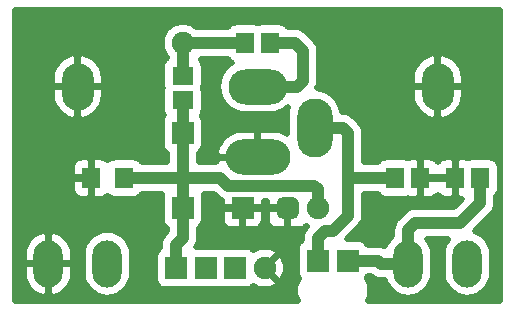
<source format=gbr>
G04 #@! TF.GenerationSoftware,KiCad,Pcbnew,5.1.6-c6e7f7d~87~ubuntu19.10.1*
G04 #@! TF.CreationDate,2022-01-09T06:03:03+06:00*
G04 #@! TF.ProjectId,1590N1_connector_board_r1,31353930-4e31-45f6-936f-6e6e6563746f,1A*
G04 #@! TF.SameCoordinates,Original*
G04 #@! TF.FileFunction,Copper,L1,Top*
G04 #@! TF.FilePolarity,Positive*
%FSLAX46Y46*%
G04 Gerber Fmt 4.6, Leading zero omitted, Abs format (unit mm)*
G04 Created by KiCad (PCBNEW 5.1.6-c6e7f7d~87~ubuntu19.10.1) date 2022-01-09 06:03:03*
%MOMM*%
%LPD*%
G01*
G04 APERTURE LIST*
G04 #@! TA.AperFunction,ComponentPad*
%ADD10O,5.000000X3.000000*%
G04 #@! TD*
G04 #@! TA.AperFunction,ComponentPad*
%ADD11O,3.000000X5.000000*%
G04 #@! TD*
G04 #@! TA.AperFunction,ComponentPad*
%ADD12O,5.500000X3.000000*%
G04 #@! TD*
G04 #@! TA.AperFunction,ComponentPad*
%ADD13R,1.900000X1.900000*%
G04 #@! TD*
G04 #@! TA.AperFunction,ComponentPad*
%ADD14C,1.900000*%
G04 #@! TD*
G04 #@! TA.AperFunction,ComponentPad*
%ADD15O,2.500000X4.000000*%
G04 #@! TD*
G04 #@! TA.AperFunction,ComponentPad*
%ADD16O,2.700000X4.000000*%
G04 #@! TD*
G04 #@! TA.AperFunction,SMDPad,CuDef*
%ADD17R,1.600000X1.800000*%
G04 #@! TD*
G04 #@! TA.AperFunction,SMDPad,CuDef*
%ADD18R,1.800000X1.600000*%
G04 #@! TD*
G04 #@! TA.AperFunction,Conductor*
%ADD19C,1.000000*%
G04 #@! TD*
G04 #@! TA.AperFunction,Conductor*
%ADD20C,0.500000*%
G04 #@! TD*
G04 APERTURE END LIST*
D10*
X105410000Y-142755000D03*
D11*
X110210000Y-146255000D03*
D12*
X105410000Y-148755000D03*
D13*
X99060000Y-146685000D03*
D14*
X99060000Y-139065000D03*
X105985000Y-158115000D03*
D13*
X103485000Y-158115000D03*
X100985000Y-158115000D03*
X98485000Y-158115000D03*
D15*
X87670000Y-157755000D03*
X92670000Y-157755000D03*
D16*
X90170000Y-142755000D03*
X120650000Y-142755000D03*
D15*
X123150000Y-157755000D03*
X118150000Y-157755000D03*
D17*
X94110000Y-150495000D03*
X91310000Y-150495000D03*
X122140000Y-150495000D03*
X124240000Y-150495000D03*
X119160000Y-150495000D03*
X117060000Y-150495000D03*
D18*
X99060000Y-141825000D03*
X99060000Y-143925000D03*
D17*
X106460000Y-139065000D03*
X104360000Y-139065000D03*
D13*
X99060000Y-153035000D03*
X104140000Y-153035000D03*
X110490000Y-157480000D03*
G04 #@! TA.AperFunction,ComponentPad*
G36*
G01*
X108900000Y-152655000D02*
X108900000Y-153415000D01*
G75*
G02*
X108330000Y-153985000I-570000J0D01*
G01*
X107570000Y-153985000D01*
G75*
G02*
X107000000Y-153415000I0J570000D01*
G01*
X107000000Y-152655000D01*
G75*
G02*
X107570000Y-152085000I570000J0D01*
G01*
X108330000Y-152085000D01*
G75*
G02*
X108900000Y-152655000I0J-570000D01*
G01*
G37*
G04 #@! TD.AperFunction*
D14*
X110490000Y-153035000D03*
D13*
X113030000Y-157480000D03*
D19*
X113030000Y-146685000D02*
X113030000Y-150495000D01*
X112600000Y-146255000D02*
X113030000Y-146685000D01*
X110210000Y-146255000D02*
X112600000Y-146255000D01*
X117060000Y-150495000D02*
X113030000Y-150495000D01*
X110490000Y-155575000D02*
X110490000Y-157480000D01*
X111125000Y-154940000D02*
X110490000Y-155575000D01*
X111760000Y-154940000D02*
X111125000Y-154940000D01*
X113030000Y-153670000D02*
X111760000Y-154940000D01*
X113030000Y-150495000D02*
X113030000Y-153670000D01*
X118150000Y-157755000D02*
X115845000Y-157755000D01*
X115570000Y-157480000D02*
X115845000Y-157755000D01*
X113030000Y-157480000D02*
X115570000Y-157480000D01*
X124240000Y-152620000D02*
X124240000Y-150495000D01*
X122555000Y-154305000D02*
X124240000Y-152620000D01*
X118745000Y-154305000D02*
X122555000Y-154305000D01*
X118150000Y-154900000D02*
X118745000Y-154305000D01*
X118150000Y-157755000D02*
X118150000Y-154900000D01*
X99060000Y-143925000D02*
X99060000Y-146685000D01*
X99060000Y-153035000D02*
X99060000Y-155575000D01*
X98485000Y-156150000D02*
X99060000Y-155575000D01*
X98485000Y-158115000D02*
X98485000Y-156150000D01*
X94110000Y-150495000D02*
X99060000Y-150495000D01*
X99060000Y-150495000D02*
X99060000Y-153035000D01*
X99060000Y-146685000D02*
X99060000Y-150495000D01*
X110490000Y-151447500D02*
X110490000Y-153035000D01*
X110172500Y-151130000D02*
X110490000Y-151447500D01*
X102870000Y-151130000D02*
X110172500Y-151130000D01*
X102235000Y-150495000D02*
X102870000Y-151130000D01*
X99060000Y-150495000D02*
X102235000Y-150495000D01*
X99060000Y-141825000D02*
X99060000Y-139065000D01*
X104360000Y-139065000D02*
X99060000Y-139065000D01*
X105410000Y-142755000D02*
X108705000Y-142755000D01*
X108705000Y-142755000D02*
X109220000Y-142240000D01*
X109220000Y-142240000D02*
X109220000Y-139700000D01*
X109220000Y-139700000D02*
X108585000Y-139065000D01*
X106460000Y-139065000D02*
X108585000Y-139065000D01*
D20*
G36*
X125950001Y-160875000D02*
G01*
X114744034Y-160875000D01*
X114867325Y-160577347D01*
X114940755Y-160208193D01*
X114940755Y-159831807D01*
X114867325Y-159462653D01*
X114723289Y-159114918D01*
X114630933Y-158976697D01*
X114690168Y-158904519D01*
X114730000Y-158830000D01*
X115026874Y-158830000D01*
X115091351Y-158882915D01*
X115325878Y-159008272D01*
X115580354Y-159085467D01*
X115778679Y-159105000D01*
X115778681Y-159105000D01*
X115845000Y-159111532D01*
X115911319Y-159105000D01*
X116137514Y-159105000D01*
X116200466Y-159312524D01*
X116395466Y-159677343D01*
X116657892Y-159997109D01*
X116977658Y-160259535D01*
X117342477Y-160454535D01*
X117738329Y-160574615D01*
X118150000Y-160615161D01*
X118561672Y-160574615D01*
X118957524Y-160454535D01*
X119322343Y-160259535D01*
X119642109Y-159997109D01*
X119904535Y-159677343D01*
X120099535Y-159312524D01*
X120219615Y-158916671D01*
X120250000Y-158608166D01*
X120250000Y-156901833D01*
X120219615Y-156593328D01*
X120099535Y-156197476D01*
X119904535Y-155832657D01*
X119758735Y-155655000D01*
X121541265Y-155655000D01*
X121395465Y-155832657D01*
X121200465Y-156197477D01*
X121080385Y-156593329D01*
X121050000Y-156901834D01*
X121050000Y-158608167D01*
X121080386Y-158916672D01*
X121200466Y-159312524D01*
X121395466Y-159677343D01*
X121657892Y-159997109D01*
X121977658Y-160259535D01*
X122342477Y-160454535D01*
X122738329Y-160574615D01*
X123150000Y-160615161D01*
X123561672Y-160574615D01*
X123957524Y-160454535D01*
X124322343Y-160259535D01*
X124642109Y-159997109D01*
X124904535Y-159677343D01*
X125099535Y-159312524D01*
X125219615Y-158916671D01*
X125250000Y-158608166D01*
X125250000Y-156901833D01*
X125219615Y-156593328D01*
X125099535Y-156197476D01*
X124904535Y-155832657D01*
X124642109Y-155512891D01*
X124322343Y-155250465D01*
X123957523Y-155055465D01*
X123770466Y-154998722D01*
X125147706Y-153621483D01*
X125199212Y-153579213D01*
X125241483Y-153527706D01*
X125241490Y-153527699D01*
X125367915Y-153373650D01*
X125493271Y-153139123D01*
X125493272Y-153139122D01*
X125570467Y-152884646D01*
X125590000Y-152686321D01*
X125590000Y-152686319D01*
X125596532Y-152620000D01*
X125590000Y-152553681D01*
X125590000Y-152043222D01*
X125643948Y-151998948D01*
X125750168Y-151869519D01*
X125829097Y-151721855D01*
X125877700Y-151561629D01*
X125894112Y-151395000D01*
X125894112Y-149595000D01*
X125877700Y-149428371D01*
X125829097Y-149268145D01*
X125750168Y-149120481D01*
X125643948Y-148991052D01*
X125514519Y-148884832D01*
X125366855Y-148805903D01*
X125206629Y-148757300D01*
X125040000Y-148740888D01*
X123440000Y-148740888D01*
X123273371Y-148757300D01*
X123190002Y-148782589D01*
X123106629Y-148757299D01*
X122940000Y-148740887D01*
X122402500Y-148745000D01*
X122190000Y-148957500D01*
X122190000Y-150445000D01*
X122210000Y-150445000D01*
X122210000Y-150545000D01*
X122190000Y-150545000D01*
X122190000Y-152032500D01*
X122402500Y-152245000D01*
X122703508Y-152247303D01*
X121995812Y-152955000D01*
X118811310Y-152955000D01*
X118744999Y-152948469D01*
X118678688Y-152955000D01*
X118678679Y-152955000D01*
X118480354Y-152974533D01*
X118225878Y-153051728D01*
X117991351Y-153177085D01*
X117785787Y-153345787D01*
X117743510Y-153397302D01*
X117242299Y-153898513D01*
X117190788Y-153940787D01*
X117148514Y-153992298D01*
X117148510Y-153992302D01*
X117022085Y-154146351D01*
X116896729Y-154380878D01*
X116819534Y-154635354D01*
X116793468Y-154900000D01*
X116800001Y-154966329D01*
X116800001Y-155396264D01*
X116657891Y-155512891D01*
X116395465Y-155832657D01*
X116200465Y-156197477D01*
X116177295Y-156273858D01*
X116089122Y-156226728D01*
X115834646Y-156149533D01*
X115636321Y-156130000D01*
X115636319Y-156130000D01*
X115570000Y-156123468D01*
X115503681Y-156130000D01*
X114730000Y-156130000D01*
X114690168Y-156055481D01*
X114583948Y-155926052D01*
X114454519Y-155819832D01*
X114306855Y-155740903D01*
X114146629Y-155692300D01*
X113980000Y-155675888D01*
X112933300Y-155675888D01*
X113937702Y-154671487D01*
X113989213Y-154629213D01*
X114031487Y-154577702D01*
X114031490Y-154577699D01*
X114157915Y-154423650D01*
X114283271Y-154189123D01*
X114283272Y-154189122D01*
X114360467Y-153934646D01*
X114380000Y-153736321D01*
X114380000Y-153736312D01*
X114386531Y-153670001D01*
X114380000Y-153603690D01*
X114380000Y-151845000D01*
X115536726Y-151845000D01*
X115549832Y-151869519D01*
X115656052Y-151998948D01*
X115785481Y-152105168D01*
X115933145Y-152184097D01*
X116093371Y-152232700D01*
X116260000Y-152249112D01*
X117860000Y-152249112D01*
X118026629Y-152232700D01*
X118109998Y-152207411D01*
X118193371Y-152232701D01*
X118360000Y-152249113D01*
X118897500Y-152245000D01*
X119110000Y-152032500D01*
X119110000Y-150545000D01*
X119210000Y-150545000D01*
X119210000Y-152032500D01*
X119422500Y-152245000D01*
X119960000Y-152249113D01*
X120126629Y-152232701D01*
X120286855Y-152184098D01*
X120434520Y-152105169D01*
X120563949Y-151998949D01*
X120650000Y-151894096D01*
X120736051Y-151998949D01*
X120865480Y-152105169D01*
X121013145Y-152184098D01*
X121173371Y-152232701D01*
X121340000Y-152249113D01*
X121877500Y-152245000D01*
X122090000Y-152032500D01*
X122090000Y-150545000D01*
X120702500Y-150545000D01*
X120650000Y-150597500D01*
X120597500Y-150545000D01*
X119210000Y-150545000D01*
X119110000Y-150545000D01*
X119090000Y-150545000D01*
X119090000Y-150445000D01*
X119110000Y-150445000D01*
X119110000Y-148957500D01*
X119210000Y-148957500D01*
X119210000Y-150445000D01*
X120597500Y-150445000D01*
X120650000Y-150392500D01*
X120702500Y-150445000D01*
X122090000Y-150445000D01*
X122090000Y-148957500D01*
X121877500Y-148745000D01*
X121340000Y-148740887D01*
X121173371Y-148757299D01*
X121013145Y-148805902D01*
X120865480Y-148884831D01*
X120736051Y-148991051D01*
X120650000Y-149095904D01*
X120563949Y-148991051D01*
X120434520Y-148884831D01*
X120286855Y-148805902D01*
X120126629Y-148757299D01*
X119960000Y-148740887D01*
X119422500Y-148745000D01*
X119210000Y-148957500D01*
X119110000Y-148957500D01*
X118897500Y-148745000D01*
X118360000Y-148740887D01*
X118193371Y-148757299D01*
X118109998Y-148782589D01*
X118026629Y-148757300D01*
X117860000Y-148740888D01*
X116260000Y-148740888D01*
X116093371Y-148757300D01*
X115933145Y-148805903D01*
X115785481Y-148884832D01*
X115656052Y-148991052D01*
X115549832Y-149120481D01*
X115536726Y-149145000D01*
X114380000Y-149145000D01*
X114380000Y-146751319D01*
X114386532Y-146685000D01*
X114370246Y-146519646D01*
X114360467Y-146420354D01*
X114283272Y-146165878D01*
X114157915Y-145931351D01*
X113989212Y-145725787D01*
X113937701Y-145683513D01*
X113601491Y-145347303D01*
X113559213Y-145295787D01*
X113353649Y-145127085D01*
X113119122Y-145001728D01*
X112864646Y-144924533D01*
X112666321Y-144905000D01*
X112666319Y-144905000D01*
X112600000Y-144898468D01*
X112536867Y-144904686D01*
X112525997Y-144794320D01*
X112391621Y-144351343D01*
X112173407Y-143943093D01*
X111879741Y-143585259D01*
X111521906Y-143291593D01*
X111113656Y-143073379D01*
X110670679Y-142939003D01*
X110391805Y-142911536D01*
X110448749Y-142805000D01*
X118450000Y-142805000D01*
X118450000Y-143455000D01*
X118502027Y-143883238D01*
X118636599Y-144293098D01*
X118848545Y-144668828D01*
X119129720Y-144995990D01*
X119469319Y-145262011D01*
X119854290Y-145456668D01*
X120256549Y-145569532D01*
X120600000Y-145391871D01*
X120600000Y-142805000D01*
X120700000Y-142805000D01*
X120700000Y-145391871D01*
X121043451Y-145569532D01*
X121445710Y-145456668D01*
X121830681Y-145262011D01*
X122170280Y-144995990D01*
X122451455Y-144668828D01*
X122663401Y-144293098D01*
X122797973Y-143883238D01*
X122850000Y-143455000D01*
X122850000Y-142805000D01*
X120700000Y-142805000D01*
X120600000Y-142805000D01*
X118450000Y-142805000D01*
X110448749Y-142805000D01*
X110473272Y-142759122D01*
X110550467Y-142504646D01*
X110570000Y-142306321D01*
X110570000Y-142306319D01*
X110576532Y-142240000D01*
X110570000Y-142173681D01*
X110570000Y-142055000D01*
X118450000Y-142055000D01*
X118450000Y-142705000D01*
X120600000Y-142705000D01*
X120600000Y-140118129D01*
X120700000Y-140118129D01*
X120700000Y-142705000D01*
X122850000Y-142705000D01*
X122850000Y-142055000D01*
X122797973Y-141626762D01*
X122663401Y-141216902D01*
X122451455Y-140841172D01*
X122170280Y-140514010D01*
X121830681Y-140247989D01*
X121445710Y-140053332D01*
X121043451Y-139940468D01*
X120700000Y-140118129D01*
X120600000Y-140118129D01*
X120256549Y-139940468D01*
X119854290Y-140053332D01*
X119469319Y-140247989D01*
X119129720Y-140514010D01*
X118848545Y-140841172D01*
X118636599Y-141216902D01*
X118502027Y-141626762D01*
X118450000Y-142055000D01*
X110570000Y-142055000D01*
X110570000Y-139766319D01*
X110576532Y-139700000D01*
X110565119Y-139584122D01*
X110550467Y-139435354D01*
X110473272Y-139180878D01*
X110473272Y-139180877D01*
X110375885Y-138998679D01*
X110347915Y-138946351D01*
X110179213Y-138740787D01*
X110127692Y-138698505D01*
X109586492Y-138157304D01*
X109544213Y-138105787D01*
X109338649Y-137937085D01*
X109104122Y-137811728D01*
X108849646Y-137734533D01*
X108651321Y-137715000D01*
X108651319Y-137715000D01*
X108585000Y-137708468D01*
X108518681Y-137715000D01*
X107983274Y-137715000D01*
X107970168Y-137690481D01*
X107863948Y-137561052D01*
X107734519Y-137454832D01*
X107586855Y-137375903D01*
X107426629Y-137327300D01*
X107260000Y-137310888D01*
X105660000Y-137310888D01*
X105493371Y-137327300D01*
X105410000Y-137352590D01*
X105326629Y-137327300D01*
X105160000Y-137310888D01*
X103560000Y-137310888D01*
X103393371Y-137327300D01*
X103233145Y-137375903D01*
X103085481Y-137454832D01*
X102956052Y-137561052D01*
X102849832Y-137690481D01*
X102836726Y-137715000D01*
X100255584Y-137715000D01*
X100207433Y-137666849D01*
X99912620Y-137469861D01*
X99585041Y-137334173D01*
X99237284Y-137265000D01*
X98882716Y-137265000D01*
X98534959Y-137334173D01*
X98207380Y-137469861D01*
X97912567Y-137666849D01*
X97661849Y-137917567D01*
X97464861Y-138212380D01*
X97329173Y-138539959D01*
X97260000Y-138887716D01*
X97260000Y-139242284D01*
X97329173Y-139590041D01*
X97464861Y-139917620D01*
X97661849Y-140212433D01*
X97710001Y-140260585D01*
X97710001Y-140301726D01*
X97685481Y-140314832D01*
X97556052Y-140421052D01*
X97449832Y-140550481D01*
X97370903Y-140698145D01*
X97322300Y-140858371D01*
X97305888Y-141025000D01*
X97305888Y-142625000D01*
X97322300Y-142791629D01*
X97347590Y-142875000D01*
X97322300Y-142958371D01*
X97305888Y-143125000D01*
X97305888Y-144725000D01*
X97322300Y-144891629D01*
X97370903Y-145051855D01*
X97449832Y-145199519D01*
X97449847Y-145199538D01*
X97399832Y-145260481D01*
X97320903Y-145408145D01*
X97272300Y-145568371D01*
X97255888Y-145735000D01*
X97255888Y-147635000D01*
X97272300Y-147801629D01*
X97320903Y-147961855D01*
X97399832Y-148109519D01*
X97506052Y-148238948D01*
X97635481Y-148345168D01*
X97710000Y-148385000D01*
X97710001Y-149145000D01*
X95633274Y-149145000D01*
X95620168Y-149120481D01*
X95513948Y-148991052D01*
X95384519Y-148884832D01*
X95236855Y-148805903D01*
X95076629Y-148757300D01*
X94910000Y-148740888D01*
X93310000Y-148740888D01*
X93143371Y-148757300D01*
X92983145Y-148805903D01*
X92835481Y-148884832D01*
X92710001Y-148987811D01*
X92584520Y-148884831D01*
X92436855Y-148805902D01*
X92276629Y-148757299D01*
X92110000Y-148740887D01*
X91572500Y-148745000D01*
X91360000Y-148957500D01*
X91360000Y-150445000D01*
X91380000Y-150445000D01*
X91380000Y-150545000D01*
X91360000Y-150545000D01*
X91360000Y-152032500D01*
X91572500Y-152245000D01*
X92110000Y-152249113D01*
X92276629Y-152232701D01*
X92436855Y-152184098D01*
X92584520Y-152105169D01*
X92710001Y-152002189D01*
X92835481Y-152105168D01*
X92983145Y-152184097D01*
X93143371Y-152232700D01*
X93310000Y-152249112D01*
X94910000Y-152249112D01*
X95076629Y-152232700D01*
X95236855Y-152184097D01*
X95384519Y-152105168D01*
X95513948Y-151998948D01*
X95620168Y-151869519D01*
X95633274Y-151845000D01*
X97294556Y-151845000D01*
X97272300Y-151918371D01*
X97255888Y-152085000D01*
X97255888Y-153985000D01*
X97272300Y-154151629D01*
X97320903Y-154311855D01*
X97399832Y-154459519D01*
X97506052Y-154588948D01*
X97635481Y-154695168D01*
X97710001Y-154735000D01*
X97710001Y-155015812D01*
X97577300Y-155148512D01*
X97525788Y-155190787D01*
X97483514Y-155242298D01*
X97483510Y-155242302D01*
X97357085Y-155396351D01*
X97231729Y-155630878D01*
X97154534Y-155885354D01*
X97128468Y-156150000D01*
X97135001Y-156216328D01*
X97135001Y-156415000D01*
X97060481Y-156454832D01*
X96931052Y-156561052D01*
X96824832Y-156690481D01*
X96745903Y-156838145D01*
X96697300Y-156998371D01*
X96680888Y-157165000D01*
X96680888Y-159065000D01*
X96697300Y-159231629D01*
X96745903Y-159391855D01*
X96824832Y-159539519D01*
X96931052Y-159668948D01*
X97060481Y-159775168D01*
X97208145Y-159854097D01*
X97368371Y-159902700D01*
X97535000Y-159919112D01*
X99435000Y-159919112D01*
X99601629Y-159902700D01*
X99735000Y-159862243D01*
X99868371Y-159902700D01*
X100035000Y-159919112D01*
X101935000Y-159919112D01*
X102101629Y-159902700D01*
X102235000Y-159862243D01*
X102368371Y-159902700D01*
X102535000Y-159919112D01*
X104435000Y-159919112D01*
X104601629Y-159902700D01*
X104761855Y-159854097D01*
X104909519Y-159775168D01*
X105038948Y-159668948D01*
X105050233Y-159655197D01*
X105273463Y-159777873D01*
X105611545Y-159884735D01*
X105963979Y-159923587D01*
X106317221Y-159892936D01*
X106657695Y-159793961D01*
X106972318Y-159630463D01*
X107007276Y-159607107D01*
X107077781Y-159278492D01*
X105985000Y-158185711D01*
X105970858Y-158199853D01*
X105900147Y-158129142D01*
X105914289Y-158115000D01*
X106055711Y-158115000D01*
X107148492Y-159207781D01*
X107477107Y-159137276D01*
X107647873Y-158826537D01*
X107754735Y-158488455D01*
X107793587Y-158136021D01*
X107762936Y-157782779D01*
X107663961Y-157442305D01*
X107500463Y-157127682D01*
X107477107Y-157092724D01*
X107148492Y-157022219D01*
X106055711Y-158115000D01*
X105914289Y-158115000D01*
X105900147Y-158100858D01*
X105970858Y-158030147D01*
X105985000Y-158044289D01*
X107077781Y-156951508D01*
X107007276Y-156622893D01*
X106696537Y-156452127D01*
X106358455Y-156345265D01*
X106006021Y-156306413D01*
X105652779Y-156337064D01*
X105312305Y-156436039D01*
X105048752Y-156572998D01*
X105038948Y-156561052D01*
X104909519Y-156454832D01*
X104761855Y-156375903D01*
X104601629Y-156327300D01*
X104435000Y-156310888D01*
X102535000Y-156310888D01*
X102368371Y-156327300D01*
X102235000Y-156367757D01*
X102101629Y-156327300D01*
X101935000Y-156310888D01*
X100197408Y-156310888D01*
X100313272Y-156094122D01*
X100390467Y-155839646D01*
X100410000Y-155641321D01*
X100410000Y-155641319D01*
X100416532Y-155575000D01*
X100410000Y-155508679D01*
X100410000Y-154735000D01*
X100484519Y-154695168D01*
X100613948Y-154588948D01*
X100720168Y-154459519D01*
X100799097Y-154311855D01*
X100847700Y-154151629D01*
X100864112Y-153985000D01*
X102335887Y-153985000D01*
X102352299Y-154151629D01*
X102400902Y-154311855D01*
X102479831Y-154459520D01*
X102586051Y-154588949D01*
X102715480Y-154695169D01*
X102863145Y-154774098D01*
X103023371Y-154822701D01*
X103190000Y-154839113D01*
X103877500Y-154835000D01*
X104090000Y-154622500D01*
X104090000Y-153085000D01*
X104190000Y-153085000D01*
X104190000Y-154622500D01*
X104402500Y-154835000D01*
X105090000Y-154839113D01*
X105256629Y-154822701D01*
X105416855Y-154774098D01*
X105564520Y-154695169D01*
X105693949Y-154588949D01*
X105800169Y-154459520D01*
X105879098Y-154311855D01*
X105927701Y-154151629D01*
X105944113Y-153985000D01*
X106145887Y-153985000D01*
X106162299Y-154151629D01*
X106210902Y-154311855D01*
X106289831Y-154459520D01*
X106396051Y-154588949D01*
X106525480Y-154695169D01*
X106673145Y-154774098D01*
X106833371Y-154822701D01*
X107000000Y-154839113D01*
X107687500Y-154835000D01*
X107900000Y-154622500D01*
X107900000Y-153085000D01*
X106362500Y-153085000D01*
X106150000Y-153297500D01*
X106145887Y-153985000D01*
X105944113Y-153985000D01*
X105940000Y-153297500D01*
X105727500Y-153085000D01*
X104190000Y-153085000D01*
X104090000Y-153085000D01*
X102552500Y-153085000D01*
X102340000Y-153297500D01*
X102335887Y-153985000D01*
X100864112Y-153985000D01*
X100864112Y-152085000D01*
X100847700Y-151918371D01*
X100825444Y-151845000D01*
X101675813Y-151845000D01*
X101868505Y-152037692D01*
X101910787Y-152089213D01*
X102116351Y-152257915D01*
X102233614Y-152320593D01*
X102337629Y-152376191D01*
X102340000Y-152772500D01*
X102552500Y-152985000D01*
X104090000Y-152985000D01*
X104090000Y-152965000D01*
X104190000Y-152965000D01*
X104190000Y-152985000D01*
X105727500Y-152985000D01*
X105940000Y-152772500D01*
X105941750Y-152480000D01*
X106148250Y-152480000D01*
X106150000Y-152772500D01*
X106362500Y-152985000D01*
X107900000Y-152985000D01*
X107900000Y-152965000D01*
X108000000Y-152965000D01*
X108000000Y-152985000D01*
X108020000Y-152985000D01*
X108020000Y-153085000D01*
X108000000Y-153085000D01*
X108000000Y-154622500D01*
X108212500Y-154835000D01*
X108900000Y-154839113D01*
X109066629Y-154822701D01*
X109226855Y-154774098D01*
X109374520Y-154695169D01*
X109503949Y-154588949D01*
X109529372Y-154557971D01*
X109568985Y-154584439D01*
X109530787Y-154615788D01*
X109488513Y-154667299D01*
X109488510Y-154667302D01*
X109362085Y-154821351D01*
X109322805Y-154894839D01*
X109236728Y-155055879D01*
X109159533Y-155310355D01*
X109148821Y-155419122D01*
X109133468Y-155575000D01*
X109140000Y-155641320D01*
X109140000Y-155780000D01*
X109065481Y-155819832D01*
X108936052Y-155926052D01*
X108829832Y-156055481D01*
X108750903Y-156203145D01*
X108702300Y-156363371D01*
X108685888Y-156530000D01*
X108685888Y-158430000D01*
X108702300Y-158596629D01*
X108750903Y-158756855D01*
X108829832Y-158904519D01*
X108889067Y-158976697D01*
X108796711Y-159114918D01*
X108652675Y-159462653D01*
X108579245Y-159831807D01*
X108579245Y-160208193D01*
X108652675Y-160577347D01*
X108775966Y-160875000D01*
X84870000Y-160875000D01*
X84870000Y-157805000D01*
X85570000Y-157805000D01*
X85570000Y-158555000D01*
X85620105Y-158963729D01*
X85748987Y-159354829D01*
X85951692Y-159713271D01*
X86220431Y-160025280D01*
X86544876Y-160278865D01*
X86912559Y-160464281D01*
X87292196Y-160570736D01*
X87620000Y-160391838D01*
X87620000Y-157805000D01*
X87720000Y-157805000D01*
X87720000Y-160391838D01*
X88047804Y-160570736D01*
X88427441Y-160464281D01*
X88795124Y-160278865D01*
X89119569Y-160025280D01*
X89388308Y-159713271D01*
X89591013Y-159354829D01*
X89719895Y-158963729D01*
X89770000Y-158555000D01*
X89770000Y-157805000D01*
X87720000Y-157805000D01*
X87620000Y-157805000D01*
X85570000Y-157805000D01*
X84870000Y-157805000D01*
X84870000Y-156955000D01*
X85570000Y-156955000D01*
X85570000Y-157705000D01*
X87620000Y-157705000D01*
X87620000Y-155118162D01*
X87720000Y-155118162D01*
X87720000Y-157705000D01*
X89770000Y-157705000D01*
X89770000Y-156955000D01*
X89763483Y-156901834D01*
X90570000Y-156901834D01*
X90570000Y-158608167D01*
X90600386Y-158916672D01*
X90720466Y-159312524D01*
X90915466Y-159677343D01*
X91177892Y-159997109D01*
X91497658Y-160259535D01*
X91862477Y-160454535D01*
X92258329Y-160574615D01*
X92670000Y-160615161D01*
X93081672Y-160574615D01*
X93477524Y-160454535D01*
X93842343Y-160259535D01*
X94162109Y-159997109D01*
X94424535Y-159677343D01*
X94619535Y-159312524D01*
X94739615Y-158916671D01*
X94770000Y-158608166D01*
X94770000Y-156901833D01*
X94739615Y-156593328D01*
X94619535Y-156197476D01*
X94424535Y-155832657D01*
X94162109Y-155512891D01*
X93842343Y-155250465D01*
X93477523Y-155055465D01*
X93081671Y-154935385D01*
X92670000Y-154894839D01*
X92258328Y-154935385D01*
X91862476Y-155055465D01*
X91497657Y-155250465D01*
X91177891Y-155512891D01*
X90915465Y-155832657D01*
X90720465Y-156197477D01*
X90600385Y-156593329D01*
X90570000Y-156901834D01*
X89763483Y-156901834D01*
X89719895Y-156546271D01*
X89591013Y-156155171D01*
X89388308Y-155796729D01*
X89119569Y-155484720D01*
X88795124Y-155231135D01*
X88427441Y-155045719D01*
X88047804Y-154939264D01*
X87720000Y-155118162D01*
X87620000Y-155118162D01*
X87292196Y-154939264D01*
X86912559Y-155045719D01*
X86544876Y-155231135D01*
X86220431Y-155484720D01*
X85951692Y-155796729D01*
X85748987Y-156155171D01*
X85620105Y-156546271D01*
X85570000Y-156955000D01*
X84870000Y-156955000D01*
X84870000Y-151395000D01*
X89655887Y-151395000D01*
X89672299Y-151561629D01*
X89720902Y-151721855D01*
X89799831Y-151869520D01*
X89906051Y-151998949D01*
X90035480Y-152105169D01*
X90183145Y-152184098D01*
X90343371Y-152232701D01*
X90510000Y-152249113D01*
X91047500Y-152245000D01*
X91260000Y-152032500D01*
X91260000Y-150545000D01*
X89872500Y-150545000D01*
X89660000Y-150757500D01*
X89655887Y-151395000D01*
X84870000Y-151395000D01*
X84870000Y-149595000D01*
X89655887Y-149595000D01*
X89660000Y-150232500D01*
X89872500Y-150445000D01*
X91260000Y-150445000D01*
X91260000Y-148957500D01*
X91047500Y-148745000D01*
X90510000Y-148740887D01*
X90343371Y-148757299D01*
X90183145Y-148805902D01*
X90035480Y-148884831D01*
X89906051Y-148991051D01*
X89799831Y-149120480D01*
X89720902Y-149268145D01*
X89672299Y-149428371D01*
X89655887Y-149595000D01*
X84870000Y-149595000D01*
X84870000Y-142805000D01*
X87970000Y-142805000D01*
X87970000Y-143455000D01*
X88022027Y-143883238D01*
X88156599Y-144293098D01*
X88368545Y-144668828D01*
X88649720Y-144995990D01*
X88989319Y-145262011D01*
X89374290Y-145456668D01*
X89776549Y-145569532D01*
X90120000Y-145391871D01*
X90120000Y-142805000D01*
X90220000Y-142805000D01*
X90220000Y-145391871D01*
X90563451Y-145569532D01*
X90965710Y-145456668D01*
X91350681Y-145262011D01*
X91690280Y-144995990D01*
X91971455Y-144668828D01*
X92183401Y-144293098D01*
X92317973Y-143883238D01*
X92370000Y-143455000D01*
X92370000Y-142805000D01*
X90220000Y-142805000D01*
X90120000Y-142805000D01*
X87970000Y-142805000D01*
X84870000Y-142805000D01*
X84870000Y-142055000D01*
X87970000Y-142055000D01*
X87970000Y-142705000D01*
X90120000Y-142705000D01*
X90120000Y-140118129D01*
X90220000Y-140118129D01*
X90220000Y-142705000D01*
X92370000Y-142705000D01*
X92370000Y-142055000D01*
X92317973Y-141626762D01*
X92183401Y-141216902D01*
X91971455Y-140841172D01*
X91690280Y-140514010D01*
X91350681Y-140247989D01*
X90965710Y-140053332D01*
X90563451Y-139940468D01*
X90220000Y-140118129D01*
X90120000Y-140118129D01*
X89776549Y-139940468D01*
X89374290Y-140053332D01*
X88989319Y-140247989D01*
X88649720Y-140514010D01*
X88368545Y-140841172D01*
X88156599Y-141216902D01*
X88022027Y-141626762D01*
X87970000Y-142055000D01*
X84870000Y-142055000D01*
X84870000Y-136305000D01*
X125950000Y-136305000D01*
X125950001Y-160875000D01*
G37*
X125950001Y-160875000D02*
X114744034Y-160875000D01*
X114867325Y-160577347D01*
X114940755Y-160208193D01*
X114940755Y-159831807D01*
X114867325Y-159462653D01*
X114723289Y-159114918D01*
X114630933Y-158976697D01*
X114690168Y-158904519D01*
X114730000Y-158830000D01*
X115026874Y-158830000D01*
X115091351Y-158882915D01*
X115325878Y-159008272D01*
X115580354Y-159085467D01*
X115778679Y-159105000D01*
X115778681Y-159105000D01*
X115845000Y-159111532D01*
X115911319Y-159105000D01*
X116137514Y-159105000D01*
X116200466Y-159312524D01*
X116395466Y-159677343D01*
X116657892Y-159997109D01*
X116977658Y-160259535D01*
X117342477Y-160454535D01*
X117738329Y-160574615D01*
X118150000Y-160615161D01*
X118561672Y-160574615D01*
X118957524Y-160454535D01*
X119322343Y-160259535D01*
X119642109Y-159997109D01*
X119904535Y-159677343D01*
X120099535Y-159312524D01*
X120219615Y-158916671D01*
X120250000Y-158608166D01*
X120250000Y-156901833D01*
X120219615Y-156593328D01*
X120099535Y-156197476D01*
X119904535Y-155832657D01*
X119758735Y-155655000D01*
X121541265Y-155655000D01*
X121395465Y-155832657D01*
X121200465Y-156197477D01*
X121080385Y-156593329D01*
X121050000Y-156901834D01*
X121050000Y-158608167D01*
X121080386Y-158916672D01*
X121200466Y-159312524D01*
X121395466Y-159677343D01*
X121657892Y-159997109D01*
X121977658Y-160259535D01*
X122342477Y-160454535D01*
X122738329Y-160574615D01*
X123150000Y-160615161D01*
X123561672Y-160574615D01*
X123957524Y-160454535D01*
X124322343Y-160259535D01*
X124642109Y-159997109D01*
X124904535Y-159677343D01*
X125099535Y-159312524D01*
X125219615Y-158916671D01*
X125250000Y-158608166D01*
X125250000Y-156901833D01*
X125219615Y-156593328D01*
X125099535Y-156197476D01*
X124904535Y-155832657D01*
X124642109Y-155512891D01*
X124322343Y-155250465D01*
X123957523Y-155055465D01*
X123770466Y-154998722D01*
X125147706Y-153621483D01*
X125199212Y-153579213D01*
X125241483Y-153527706D01*
X125241490Y-153527699D01*
X125367915Y-153373650D01*
X125493271Y-153139123D01*
X125493272Y-153139122D01*
X125570467Y-152884646D01*
X125590000Y-152686321D01*
X125590000Y-152686319D01*
X125596532Y-152620000D01*
X125590000Y-152553681D01*
X125590000Y-152043222D01*
X125643948Y-151998948D01*
X125750168Y-151869519D01*
X125829097Y-151721855D01*
X125877700Y-151561629D01*
X125894112Y-151395000D01*
X125894112Y-149595000D01*
X125877700Y-149428371D01*
X125829097Y-149268145D01*
X125750168Y-149120481D01*
X125643948Y-148991052D01*
X125514519Y-148884832D01*
X125366855Y-148805903D01*
X125206629Y-148757300D01*
X125040000Y-148740888D01*
X123440000Y-148740888D01*
X123273371Y-148757300D01*
X123190002Y-148782589D01*
X123106629Y-148757299D01*
X122940000Y-148740887D01*
X122402500Y-148745000D01*
X122190000Y-148957500D01*
X122190000Y-150445000D01*
X122210000Y-150445000D01*
X122210000Y-150545000D01*
X122190000Y-150545000D01*
X122190000Y-152032500D01*
X122402500Y-152245000D01*
X122703508Y-152247303D01*
X121995812Y-152955000D01*
X118811310Y-152955000D01*
X118744999Y-152948469D01*
X118678688Y-152955000D01*
X118678679Y-152955000D01*
X118480354Y-152974533D01*
X118225878Y-153051728D01*
X117991351Y-153177085D01*
X117785787Y-153345787D01*
X117743510Y-153397302D01*
X117242299Y-153898513D01*
X117190788Y-153940787D01*
X117148514Y-153992298D01*
X117148510Y-153992302D01*
X117022085Y-154146351D01*
X116896729Y-154380878D01*
X116819534Y-154635354D01*
X116793468Y-154900000D01*
X116800001Y-154966329D01*
X116800001Y-155396264D01*
X116657891Y-155512891D01*
X116395465Y-155832657D01*
X116200465Y-156197477D01*
X116177295Y-156273858D01*
X116089122Y-156226728D01*
X115834646Y-156149533D01*
X115636321Y-156130000D01*
X115636319Y-156130000D01*
X115570000Y-156123468D01*
X115503681Y-156130000D01*
X114730000Y-156130000D01*
X114690168Y-156055481D01*
X114583948Y-155926052D01*
X114454519Y-155819832D01*
X114306855Y-155740903D01*
X114146629Y-155692300D01*
X113980000Y-155675888D01*
X112933300Y-155675888D01*
X113937702Y-154671487D01*
X113989213Y-154629213D01*
X114031487Y-154577702D01*
X114031490Y-154577699D01*
X114157915Y-154423650D01*
X114283271Y-154189123D01*
X114283272Y-154189122D01*
X114360467Y-153934646D01*
X114380000Y-153736321D01*
X114380000Y-153736312D01*
X114386531Y-153670001D01*
X114380000Y-153603690D01*
X114380000Y-151845000D01*
X115536726Y-151845000D01*
X115549832Y-151869519D01*
X115656052Y-151998948D01*
X115785481Y-152105168D01*
X115933145Y-152184097D01*
X116093371Y-152232700D01*
X116260000Y-152249112D01*
X117860000Y-152249112D01*
X118026629Y-152232700D01*
X118109998Y-152207411D01*
X118193371Y-152232701D01*
X118360000Y-152249113D01*
X118897500Y-152245000D01*
X119110000Y-152032500D01*
X119110000Y-150545000D01*
X119210000Y-150545000D01*
X119210000Y-152032500D01*
X119422500Y-152245000D01*
X119960000Y-152249113D01*
X120126629Y-152232701D01*
X120286855Y-152184098D01*
X120434520Y-152105169D01*
X120563949Y-151998949D01*
X120650000Y-151894096D01*
X120736051Y-151998949D01*
X120865480Y-152105169D01*
X121013145Y-152184098D01*
X121173371Y-152232701D01*
X121340000Y-152249113D01*
X121877500Y-152245000D01*
X122090000Y-152032500D01*
X122090000Y-150545000D01*
X120702500Y-150545000D01*
X120650000Y-150597500D01*
X120597500Y-150545000D01*
X119210000Y-150545000D01*
X119110000Y-150545000D01*
X119090000Y-150545000D01*
X119090000Y-150445000D01*
X119110000Y-150445000D01*
X119110000Y-148957500D01*
X119210000Y-148957500D01*
X119210000Y-150445000D01*
X120597500Y-150445000D01*
X120650000Y-150392500D01*
X120702500Y-150445000D01*
X122090000Y-150445000D01*
X122090000Y-148957500D01*
X121877500Y-148745000D01*
X121340000Y-148740887D01*
X121173371Y-148757299D01*
X121013145Y-148805902D01*
X120865480Y-148884831D01*
X120736051Y-148991051D01*
X120650000Y-149095904D01*
X120563949Y-148991051D01*
X120434520Y-148884831D01*
X120286855Y-148805902D01*
X120126629Y-148757299D01*
X119960000Y-148740887D01*
X119422500Y-148745000D01*
X119210000Y-148957500D01*
X119110000Y-148957500D01*
X118897500Y-148745000D01*
X118360000Y-148740887D01*
X118193371Y-148757299D01*
X118109998Y-148782589D01*
X118026629Y-148757300D01*
X117860000Y-148740888D01*
X116260000Y-148740888D01*
X116093371Y-148757300D01*
X115933145Y-148805903D01*
X115785481Y-148884832D01*
X115656052Y-148991052D01*
X115549832Y-149120481D01*
X115536726Y-149145000D01*
X114380000Y-149145000D01*
X114380000Y-146751319D01*
X114386532Y-146685000D01*
X114370246Y-146519646D01*
X114360467Y-146420354D01*
X114283272Y-146165878D01*
X114157915Y-145931351D01*
X113989212Y-145725787D01*
X113937701Y-145683513D01*
X113601491Y-145347303D01*
X113559213Y-145295787D01*
X113353649Y-145127085D01*
X113119122Y-145001728D01*
X112864646Y-144924533D01*
X112666321Y-144905000D01*
X112666319Y-144905000D01*
X112600000Y-144898468D01*
X112536867Y-144904686D01*
X112525997Y-144794320D01*
X112391621Y-144351343D01*
X112173407Y-143943093D01*
X111879741Y-143585259D01*
X111521906Y-143291593D01*
X111113656Y-143073379D01*
X110670679Y-142939003D01*
X110391805Y-142911536D01*
X110448749Y-142805000D01*
X118450000Y-142805000D01*
X118450000Y-143455000D01*
X118502027Y-143883238D01*
X118636599Y-144293098D01*
X118848545Y-144668828D01*
X119129720Y-144995990D01*
X119469319Y-145262011D01*
X119854290Y-145456668D01*
X120256549Y-145569532D01*
X120600000Y-145391871D01*
X120600000Y-142805000D01*
X120700000Y-142805000D01*
X120700000Y-145391871D01*
X121043451Y-145569532D01*
X121445710Y-145456668D01*
X121830681Y-145262011D01*
X122170280Y-144995990D01*
X122451455Y-144668828D01*
X122663401Y-144293098D01*
X122797973Y-143883238D01*
X122850000Y-143455000D01*
X122850000Y-142805000D01*
X120700000Y-142805000D01*
X120600000Y-142805000D01*
X118450000Y-142805000D01*
X110448749Y-142805000D01*
X110473272Y-142759122D01*
X110550467Y-142504646D01*
X110570000Y-142306321D01*
X110570000Y-142306319D01*
X110576532Y-142240000D01*
X110570000Y-142173681D01*
X110570000Y-142055000D01*
X118450000Y-142055000D01*
X118450000Y-142705000D01*
X120600000Y-142705000D01*
X120600000Y-140118129D01*
X120700000Y-140118129D01*
X120700000Y-142705000D01*
X122850000Y-142705000D01*
X122850000Y-142055000D01*
X122797973Y-141626762D01*
X122663401Y-141216902D01*
X122451455Y-140841172D01*
X122170280Y-140514010D01*
X121830681Y-140247989D01*
X121445710Y-140053332D01*
X121043451Y-139940468D01*
X120700000Y-140118129D01*
X120600000Y-140118129D01*
X120256549Y-139940468D01*
X119854290Y-140053332D01*
X119469319Y-140247989D01*
X119129720Y-140514010D01*
X118848545Y-140841172D01*
X118636599Y-141216902D01*
X118502027Y-141626762D01*
X118450000Y-142055000D01*
X110570000Y-142055000D01*
X110570000Y-139766319D01*
X110576532Y-139700000D01*
X110565119Y-139584122D01*
X110550467Y-139435354D01*
X110473272Y-139180878D01*
X110473272Y-139180877D01*
X110375885Y-138998679D01*
X110347915Y-138946351D01*
X110179213Y-138740787D01*
X110127692Y-138698505D01*
X109586492Y-138157304D01*
X109544213Y-138105787D01*
X109338649Y-137937085D01*
X109104122Y-137811728D01*
X108849646Y-137734533D01*
X108651321Y-137715000D01*
X108651319Y-137715000D01*
X108585000Y-137708468D01*
X108518681Y-137715000D01*
X107983274Y-137715000D01*
X107970168Y-137690481D01*
X107863948Y-137561052D01*
X107734519Y-137454832D01*
X107586855Y-137375903D01*
X107426629Y-137327300D01*
X107260000Y-137310888D01*
X105660000Y-137310888D01*
X105493371Y-137327300D01*
X105410000Y-137352590D01*
X105326629Y-137327300D01*
X105160000Y-137310888D01*
X103560000Y-137310888D01*
X103393371Y-137327300D01*
X103233145Y-137375903D01*
X103085481Y-137454832D01*
X102956052Y-137561052D01*
X102849832Y-137690481D01*
X102836726Y-137715000D01*
X100255584Y-137715000D01*
X100207433Y-137666849D01*
X99912620Y-137469861D01*
X99585041Y-137334173D01*
X99237284Y-137265000D01*
X98882716Y-137265000D01*
X98534959Y-137334173D01*
X98207380Y-137469861D01*
X97912567Y-137666849D01*
X97661849Y-137917567D01*
X97464861Y-138212380D01*
X97329173Y-138539959D01*
X97260000Y-138887716D01*
X97260000Y-139242284D01*
X97329173Y-139590041D01*
X97464861Y-139917620D01*
X97661849Y-140212433D01*
X97710001Y-140260585D01*
X97710001Y-140301726D01*
X97685481Y-140314832D01*
X97556052Y-140421052D01*
X97449832Y-140550481D01*
X97370903Y-140698145D01*
X97322300Y-140858371D01*
X97305888Y-141025000D01*
X97305888Y-142625000D01*
X97322300Y-142791629D01*
X97347590Y-142875000D01*
X97322300Y-142958371D01*
X97305888Y-143125000D01*
X97305888Y-144725000D01*
X97322300Y-144891629D01*
X97370903Y-145051855D01*
X97449832Y-145199519D01*
X97449847Y-145199538D01*
X97399832Y-145260481D01*
X97320903Y-145408145D01*
X97272300Y-145568371D01*
X97255888Y-145735000D01*
X97255888Y-147635000D01*
X97272300Y-147801629D01*
X97320903Y-147961855D01*
X97399832Y-148109519D01*
X97506052Y-148238948D01*
X97635481Y-148345168D01*
X97710000Y-148385000D01*
X97710001Y-149145000D01*
X95633274Y-149145000D01*
X95620168Y-149120481D01*
X95513948Y-148991052D01*
X95384519Y-148884832D01*
X95236855Y-148805903D01*
X95076629Y-148757300D01*
X94910000Y-148740888D01*
X93310000Y-148740888D01*
X93143371Y-148757300D01*
X92983145Y-148805903D01*
X92835481Y-148884832D01*
X92710001Y-148987811D01*
X92584520Y-148884831D01*
X92436855Y-148805902D01*
X92276629Y-148757299D01*
X92110000Y-148740887D01*
X91572500Y-148745000D01*
X91360000Y-148957500D01*
X91360000Y-150445000D01*
X91380000Y-150445000D01*
X91380000Y-150545000D01*
X91360000Y-150545000D01*
X91360000Y-152032500D01*
X91572500Y-152245000D01*
X92110000Y-152249113D01*
X92276629Y-152232701D01*
X92436855Y-152184098D01*
X92584520Y-152105169D01*
X92710001Y-152002189D01*
X92835481Y-152105168D01*
X92983145Y-152184097D01*
X93143371Y-152232700D01*
X93310000Y-152249112D01*
X94910000Y-152249112D01*
X95076629Y-152232700D01*
X95236855Y-152184097D01*
X95384519Y-152105168D01*
X95513948Y-151998948D01*
X95620168Y-151869519D01*
X95633274Y-151845000D01*
X97294556Y-151845000D01*
X97272300Y-151918371D01*
X97255888Y-152085000D01*
X97255888Y-153985000D01*
X97272300Y-154151629D01*
X97320903Y-154311855D01*
X97399832Y-154459519D01*
X97506052Y-154588948D01*
X97635481Y-154695168D01*
X97710001Y-154735000D01*
X97710001Y-155015812D01*
X97577300Y-155148512D01*
X97525788Y-155190787D01*
X97483514Y-155242298D01*
X97483510Y-155242302D01*
X97357085Y-155396351D01*
X97231729Y-155630878D01*
X97154534Y-155885354D01*
X97128468Y-156150000D01*
X97135001Y-156216328D01*
X97135001Y-156415000D01*
X97060481Y-156454832D01*
X96931052Y-156561052D01*
X96824832Y-156690481D01*
X96745903Y-156838145D01*
X96697300Y-156998371D01*
X96680888Y-157165000D01*
X96680888Y-159065000D01*
X96697300Y-159231629D01*
X96745903Y-159391855D01*
X96824832Y-159539519D01*
X96931052Y-159668948D01*
X97060481Y-159775168D01*
X97208145Y-159854097D01*
X97368371Y-159902700D01*
X97535000Y-159919112D01*
X99435000Y-159919112D01*
X99601629Y-159902700D01*
X99735000Y-159862243D01*
X99868371Y-159902700D01*
X100035000Y-159919112D01*
X101935000Y-159919112D01*
X102101629Y-159902700D01*
X102235000Y-159862243D01*
X102368371Y-159902700D01*
X102535000Y-159919112D01*
X104435000Y-159919112D01*
X104601629Y-159902700D01*
X104761855Y-159854097D01*
X104909519Y-159775168D01*
X105038948Y-159668948D01*
X105050233Y-159655197D01*
X105273463Y-159777873D01*
X105611545Y-159884735D01*
X105963979Y-159923587D01*
X106317221Y-159892936D01*
X106657695Y-159793961D01*
X106972318Y-159630463D01*
X107007276Y-159607107D01*
X107077781Y-159278492D01*
X105985000Y-158185711D01*
X105970858Y-158199853D01*
X105900147Y-158129142D01*
X105914289Y-158115000D01*
X106055711Y-158115000D01*
X107148492Y-159207781D01*
X107477107Y-159137276D01*
X107647873Y-158826537D01*
X107754735Y-158488455D01*
X107793587Y-158136021D01*
X107762936Y-157782779D01*
X107663961Y-157442305D01*
X107500463Y-157127682D01*
X107477107Y-157092724D01*
X107148492Y-157022219D01*
X106055711Y-158115000D01*
X105914289Y-158115000D01*
X105900147Y-158100858D01*
X105970858Y-158030147D01*
X105985000Y-158044289D01*
X107077781Y-156951508D01*
X107007276Y-156622893D01*
X106696537Y-156452127D01*
X106358455Y-156345265D01*
X106006021Y-156306413D01*
X105652779Y-156337064D01*
X105312305Y-156436039D01*
X105048752Y-156572998D01*
X105038948Y-156561052D01*
X104909519Y-156454832D01*
X104761855Y-156375903D01*
X104601629Y-156327300D01*
X104435000Y-156310888D01*
X102535000Y-156310888D01*
X102368371Y-156327300D01*
X102235000Y-156367757D01*
X102101629Y-156327300D01*
X101935000Y-156310888D01*
X100197408Y-156310888D01*
X100313272Y-156094122D01*
X100390467Y-155839646D01*
X100410000Y-155641321D01*
X100410000Y-155641319D01*
X100416532Y-155575000D01*
X100410000Y-155508679D01*
X100410000Y-154735000D01*
X100484519Y-154695168D01*
X100613948Y-154588948D01*
X100720168Y-154459519D01*
X100799097Y-154311855D01*
X100847700Y-154151629D01*
X100864112Y-153985000D01*
X102335887Y-153985000D01*
X102352299Y-154151629D01*
X102400902Y-154311855D01*
X102479831Y-154459520D01*
X102586051Y-154588949D01*
X102715480Y-154695169D01*
X102863145Y-154774098D01*
X103023371Y-154822701D01*
X103190000Y-154839113D01*
X103877500Y-154835000D01*
X104090000Y-154622500D01*
X104090000Y-153085000D01*
X104190000Y-153085000D01*
X104190000Y-154622500D01*
X104402500Y-154835000D01*
X105090000Y-154839113D01*
X105256629Y-154822701D01*
X105416855Y-154774098D01*
X105564520Y-154695169D01*
X105693949Y-154588949D01*
X105800169Y-154459520D01*
X105879098Y-154311855D01*
X105927701Y-154151629D01*
X105944113Y-153985000D01*
X106145887Y-153985000D01*
X106162299Y-154151629D01*
X106210902Y-154311855D01*
X106289831Y-154459520D01*
X106396051Y-154588949D01*
X106525480Y-154695169D01*
X106673145Y-154774098D01*
X106833371Y-154822701D01*
X107000000Y-154839113D01*
X107687500Y-154835000D01*
X107900000Y-154622500D01*
X107900000Y-153085000D01*
X106362500Y-153085000D01*
X106150000Y-153297500D01*
X106145887Y-153985000D01*
X105944113Y-153985000D01*
X105940000Y-153297500D01*
X105727500Y-153085000D01*
X104190000Y-153085000D01*
X104090000Y-153085000D01*
X102552500Y-153085000D01*
X102340000Y-153297500D01*
X102335887Y-153985000D01*
X100864112Y-153985000D01*
X100864112Y-152085000D01*
X100847700Y-151918371D01*
X100825444Y-151845000D01*
X101675813Y-151845000D01*
X101868505Y-152037692D01*
X101910787Y-152089213D01*
X102116351Y-152257915D01*
X102233614Y-152320593D01*
X102337629Y-152376191D01*
X102340000Y-152772500D01*
X102552500Y-152985000D01*
X104090000Y-152985000D01*
X104090000Y-152965000D01*
X104190000Y-152965000D01*
X104190000Y-152985000D01*
X105727500Y-152985000D01*
X105940000Y-152772500D01*
X105941750Y-152480000D01*
X106148250Y-152480000D01*
X106150000Y-152772500D01*
X106362500Y-152985000D01*
X107900000Y-152985000D01*
X107900000Y-152965000D01*
X108000000Y-152965000D01*
X108000000Y-152985000D01*
X108020000Y-152985000D01*
X108020000Y-153085000D01*
X108000000Y-153085000D01*
X108000000Y-154622500D01*
X108212500Y-154835000D01*
X108900000Y-154839113D01*
X109066629Y-154822701D01*
X109226855Y-154774098D01*
X109374520Y-154695169D01*
X109503949Y-154588949D01*
X109529372Y-154557971D01*
X109568985Y-154584439D01*
X109530787Y-154615788D01*
X109488513Y-154667299D01*
X109488510Y-154667302D01*
X109362085Y-154821351D01*
X109322805Y-154894839D01*
X109236728Y-155055879D01*
X109159533Y-155310355D01*
X109148821Y-155419122D01*
X109133468Y-155575000D01*
X109140000Y-155641320D01*
X109140000Y-155780000D01*
X109065481Y-155819832D01*
X108936052Y-155926052D01*
X108829832Y-156055481D01*
X108750903Y-156203145D01*
X108702300Y-156363371D01*
X108685888Y-156530000D01*
X108685888Y-158430000D01*
X108702300Y-158596629D01*
X108750903Y-158756855D01*
X108829832Y-158904519D01*
X108889067Y-158976697D01*
X108796711Y-159114918D01*
X108652675Y-159462653D01*
X108579245Y-159831807D01*
X108579245Y-160208193D01*
X108652675Y-160577347D01*
X108775966Y-160875000D01*
X84870000Y-160875000D01*
X84870000Y-157805000D01*
X85570000Y-157805000D01*
X85570000Y-158555000D01*
X85620105Y-158963729D01*
X85748987Y-159354829D01*
X85951692Y-159713271D01*
X86220431Y-160025280D01*
X86544876Y-160278865D01*
X86912559Y-160464281D01*
X87292196Y-160570736D01*
X87620000Y-160391838D01*
X87620000Y-157805000D01*
X87720000Y-157805000D01*
X87720000Y-160391838D01*
X88047804Y-160570736D01*
X88427441Y-160464281D01*
X88795124Y-160278865D01*
X89119569Y-160025280D01*
X89388308Y-159713271D01*
X89591013Y-159354829D01*
X89719895Y-158963729D01*
X89770000Y-158555000D01*
X89770000Y-157805000D01*
X87720000Y-157805000D01*
X87620000Y-157805000D01*
X85570000Y-157805000D01*
X84870000Y-157805000D01*
X84870000Y-156955000D01*
X85570000Y-156955000D01*
X85570000Y-157705000D01*
X87620000Y-157705000D01*
X87620000Y-155118162D01*
X87720000Y-155118162D01*
X87720000Y-157705000D01*
X89770000Y-157705000D01*
X89770000Y-156955000D01*
X89763483Y-156901834D01*
X90570000Y-156901834D01*
X90570000Y-158608167D01*
X90600386Y-158916672D01*
X90720466Y-159312524D01*
X90915466Y-159677343D01*
X91177892Y-159997109D01*
X91497658Y-160259535D01*
X91862477Y-160454535D01*
X92258329Y-160574615D01*
X92670000Y-160615161D01*
X93081672Y-160574615D01*
X93477524Y-160454535D01*
X93842343Y-160259535D01*
X94162109Y-159997109D01*
X94424535Y-159677343D01*
X94619535Y-159312524D01*
X94739615Y-158916671D01*
X94770000Y-158608166D01*
X94770000Y-156901833D01*
X94739615Y-156593328D01*
X94619535Y-156197476D01*
X94424535Y-155832657D01*
X94162109Y-155512891D01*
X93842343Y-155250465D01*
X93477523Y-155055465D01*
X93081671Y-154935385D01*
X92670000Y-154894839D01*
X92258328Y-154935385D01*
X91862476Y-155055465D01*
X91497657Y-155250465D01*
X91177891Y-155512891D01*
X90915465Y-155832657D01*
X90720465Y-156197477D01*
X90600385Y-156593329D01*
X90570000Y-156901834D01*
X89763483Y-156901834D01*
X89719895Y-156546271D01*
X89591013Y-156155171D01*
X89388308Y-155796729D01*
X89119569Y-155484720D01*
X88795124Y-155231135D01*
X88427441Y-155045719D01*
X88047804Y-154939264D01*
X87720000Y-155118162D01*
X87620000Y-155118162D01*
X87292196Y-154939264D01*
X86912559Y-155045719D01*
X86544876Y-155231135D01*
X86220431Y-155484720D01*
X85951692Y-155796729D01*
X85748987Y-156155171D01*
X85620105Y-156546271D01*
X85570000Y-156955000D01*
X84870000Y-156955000D01*
X84870000Y-151395000D01*
X89655887Y-151395000D01*
X89672299Y-151561629D01*
X89720902Y-151721855D01*
X89799831Y-151869520D01*
X89906051Y-151998949D01*
X90035480Y-152105169D01*
X90183145Y-152184098D01*
X90343371Y-152232701D01*
X90510000Y-152249113D01*
X91047500Y-152245000D01*
X91260000Y-152032500D01*
X91260000Y-150545000D01*
X89872500Y-150545000D01*
X89660000Y-150757500D01*
X89655887Y-151395000D01*
X84870000Y-151395000D01*
X84870000Y-149595000D01*
X89655887Y-149595000D01*
X89660000Y-150232500D01*
X89872500Y-150445000D01*
X91260000Y-150445000D01*
X91260000Y-148957500D01*
X91047500Y-148745000D01*
X90510000Y-148740887D01*
X90343371Y-148757299D01*
X90183145Y-148805902D01*
X90035480Y-148884831D01*
X89906051Y-148991051D01*
X89799831Y-149120480D01*
X89720902Y-149268145D01*
X89672299Y-149428371D01*
X89655887Y-149595000D01*
X84870000Y-149595000D01*
X84870000Y-142805000D01*
X87970000Y-142805000D01*
X87970000Y-143455000D01*
X88022027Y-143883238D01*
X88156599Y-144293098D01*
X88368545Y-144668828D01*
X88649720Y-144995990D01*
X88989319Y-145262011D01*
X89374290Y-145456668D01*
X89776549Y-145569532D01*
X90120000Y-145391871D01*
X90120000Y-142805000D01*
X90220000Y-142805000D01*
X90220000Y-145391871D01*
X90563451Y-145569532D01*
X90965710Y-145456668D01*
X91350681Y-145262011D01*
X91690280Y-144995990D01*
X91971455Y-144668828D01*
X92183401Y-144293098D01*
X92317973Y-143883238D01*
X92370000Y-143455000D01*
X92370000Y-142805000D01*
X90220000Y-142805000D01*
X90120000Y-142805000D01*
X87970000Y-142805000D01*
X84870000Y-142805000D01*
X84870000Y-142055000D01*
X87970000Y-142055000D01*
X87970000Y-142705000D01*
X90120000Y-142705000D01*
X90120000Y-140118129D01*
X90220000Y-140118129D01*
X90220000Y-142705000D01*
X92370000Y-142705000D01*
X92370000Y-142055000D01*
X92317973Y-141626762D01*
X92183401Y-141216902D01*
X91971455Y-140841172D01*
X91690280Y-140514010D01*
X91350681Y-140247989D01*
X90965710Y-140053332D01*
X90563451Y-139940468D01*
X90220000Y-140118129D01*
X90120000Y-140118129D01*
X89776549Y-139940468D01*
X89374290Y-140053332D01*
X88989319Y-140247989D01*
X88649720Y-140514010D01*
X88368545Y-140841172D01*
X88156599Y-141216902D01*
X88022027Y-141626762D01*
X87970000Y-142055000D01*
X84870000Y-142055000D01*
X84870000Y-136305000D01*
X125950000Y-136305000D01*
X125950001Y-160875000D01*
G36*
X102849832Y-140439519D02*
G01*
X102956052Y-140568948D01*
X103085481Y-140675168D01*
X103200694Y-140736752D01*
X103098093Y-140791593D01*
X102740259Y-141085259D01*
X102446593Y-141443093D01*
X102228379Y-141851343D01*
X102094003Y-142294320D01*
X102048630Y-142755000D01*
X102094003Y-143215680D01*
X102228379Y-143658657D01*
X102446593Y-144066907D01*
X102740259Y-144424741D01*
X103098093Y-144718407D01*
X103506343Y-144936621D01*
X103949320Y-145070997D01*
X104294558Y-145105000D01*
X106525442Y-145105000D01*
X106870680Y-145070997D01*
X107313657Y-144936621D01*
X107721907Y-144718407D01*
X107981709Y-144505193D01*
X107894003Y-144794321D01*
X107860000Y-145139559D01*
X107860000Y-146746092D01*
X107605501Y-146603017D01*
X107167502Y-146459909D01*
X106710000Y-146405000D01*
X105460000Y-146405000D01*
X105460000Y-148705000D01*
X105480000Y-148705000D01*
X105480000Y-148805000D01*
X105460000Y-148805000D01*
X105460000Y-148825000D01*
X105360000Y-148825000D01*
X105360000Y-148805000D01*
X102023085Y-148805000D01*
X101860179Y-149145000D01*
X100410000Y-149145000D01*
X100410000Y-148385000D01*
X100484519Y-148345168D01*
X100493158Y-148338078D01*
X101847280Y-148338078D01*
X102023085Y-148705000D01*
X105360000Y-148705000D01*
X105360000Y-146405000D01*
X104110000Y-146405000D01*
X103652498Y-146459909D01*
X103214499Y-146603017D01*
X102812835Y-146828825D01*
X102462942Y-147128655D01*
X102178266Y-147490984D01*
X101969747Y-147901889D01*
X101847280Y-148338078D01*
X100493158Y-148338078D01*
X100613948Y-148238948D01*
X100720168Y-148109519D01*
X100799097Y-147961855D01*
X100847700Y-147801629D01*
X100864112Y-147635000D01*
X100864112Y-145735000D01*
X100847700Y-145568371D01*
X100799097Y-145408145D01*
X100720168Y-145260481D01*
X100670153Y-145199538D01*
X100670168Y-145199519D01*
X100749097Y-145051855D01*
X100797700Y-144891629D01*
X100814112Y-144725000D01*
X100814112Y-143125000D01*
X100797700Y-142958371D01*
X100772410Y-142875000D01*
X100797700Y-142791629D01*
X100814112Y-142625000D01*
X100814112Y-141025000D01*
X100797700Y-140858371D01*
X100749097Y-140698145D01*
X100670168Y-140550481D01*
X100563948Y-140421052D01*
X100556574Y-140415000D01*
X102836726Y-140415000D01*
X102849832Y-140439519D01*
G37*
X102849832Y-140439519D02*
X102956052Y-140568948D01*
X103085481Y-140675168D01*
X103200694Y-140736752D01*
X103098093Y-140791593D01*
X102740259Y-141085259D01*
X102446593Y-141443093D01*
X102228379Y-141851343D01*
X102094003Y-142294320D01*
X102048630Y-142755000D01*
X102094003Y-143215680D01*
X102228379Y-143658657D01*
X102446593Y-144066907D01*
X102740259Y-144424741D01*
X103098093Y-144718407D01*
X103506343Y-144936621D01*
X103949320Y-145070997D01*
X104294558Y-145105000D01*
X106525442Y-145105000D01*
X106870680Y-145070997D01*
X107313657Y-144936621D01*
X107721907Y-144718407D01*
X107981709Y-144505193D01*
X107894003Y-144794321D01*
X107860000Y-145139559D01*
X107860000Y-146746092D01*
X107605501Y-146603017D01*
X107167502Y-146459909D01*
X106710000Y-146405000D01*
X105460000Y-146405000D01*
X105460000Y-148705000D01*
X105480000Y-148705000D01*
X105480000Y-148805000D01*
X105460000Y-148805000D01*
X105460000Y-148825000D01*
X105360000Y-148825000D01*
X105360000Y-148805000D01*
X102023085Y-148805000D01*
X101860179Y-149145000D01*
X100410000Y-149145000D01*
X100410000Y-148385000D01*
X100484519Y-148345168D01*
X100493158Y-148338078D01*
X101847280Y-148338078D01*
X102023085Y-148705000D01*
X105360000Y-148705000D01*
X105360000Y-146405000D01*
X104110000Y-146405000D01*
X103652498Y-146459909D01*
X103214499Y-146603017D01*
X102812835Y-146828825D01*
X102462942Y-147128655D01*
X102178266Y-147490984D01*
X101969747Y-147901889D01*
X101847280Y-148338078D01*
X100493158Y-148338078D01*
X100613948Y-148238948D01*
X100720168Y-148109519D01*
X100799097Y-147961855D01*
X100847700Y-147801629D01*
X100864112Y-147635000D01*
X100864112Y-145735000D01*
X100847700Y-145568371D01*
X100799097Y-145408145D01*
X100720168Y-145260481D01*
X100670153Y-145199538D01*
X100670168Y-145199519D01*
X100749097Y-145051855D01*
X100797700Y-144891629D01*
X100814112Y-144725000D01*
X100814112Y-143125000D01*
X100797700Y-142958371D01*
X100772410Y-142875000D01*
X100797700Y-142791629D01*
X100814112Y-142625000D01*
X100814112Y-141025000D01*
X100797700Y-140858371D01*
X100749097Y-140698145D01*
X100670168Y-140550481D01*
X100563948Y-140421052D01*
X100556574Y-140415000D01*
X102836726Y-140415000D01*
X102849832Y-140439519D01*
M02*

</source>
